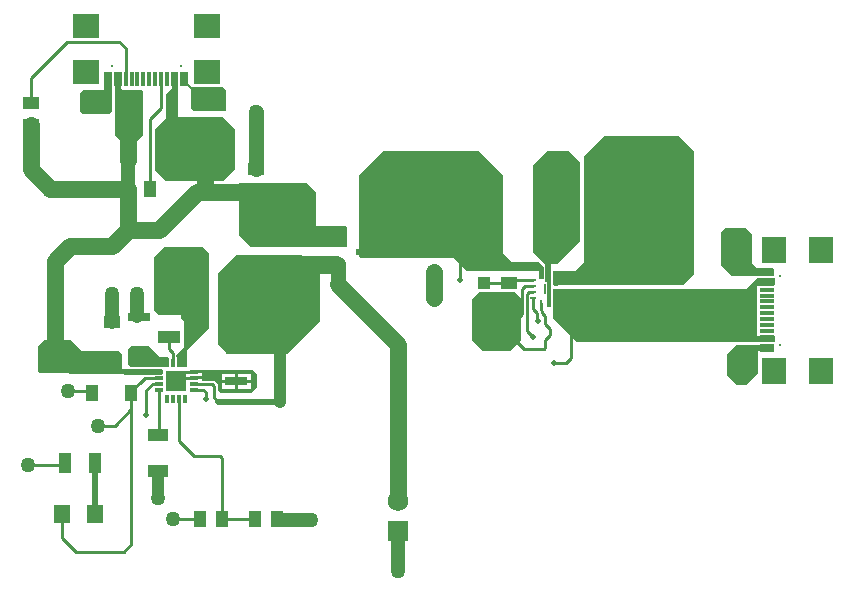
<source format=gtl>
G04*
G04 #@! TF.GenerationSoftware,Altium Limited,Altium Designer,22.3.1 (43)*
G04*
G04 Layer_Physical_Order=1*
G04 Layer_Color=255*
%FSLAX23Y23*%
%MOIN*%
G70*
G04*
G04 #@! TF.SameCoordinates,09264033-3090-4D32-8FBF-651452AD9D60*
G04*
G04*
G04 #@! TF.FilePolarity,Positive*
G04*
G01*
G75*
%ADD13C,0.010*%
%ADD14R,0.079X0.086*%
%ADD15R,0.045X0.012*%
%ADD16R,0.006X0.038*%
%ADD17R,0.017X0.063*%
%ADD18R,0.010X0.024*%
%ADD19R,0.024X0.010*%
%ADD20R,0.017X0.120*%
%ADD21R,0.017X0.049*%
%ADD22R,0.012X0.045*%
%ADD23R,0.086X0.079*%
%ADD24R,0.069X0.069*%
%ADD25R,0.012X0.031*%
%ADD26R,0.031X0.012*%
%ADD27R,0.057X0.039*%
%ADD28R,0.055X0.039*%
%ADD29R,0.039X0.055*%
%ADD30R,0.041X0.071*%
%ADD31R,0.071X0.041*%
%ADD32R,0.051X0.024*%
%ADD33R,0.073X0.134*%
%ADD34R,0.055X0.059*%
%ADD35R,0.041X0.041*%
%ADD36R,0.076X0.030*%
%ADD37R,0.072X0.040*%
%ADD38R,0.043X0.053*%
%ADD39R,0.053X0.043*%
%ADD69C,0.055*%
%ADD70C,0.045*%
%ADD71C,0.040*%
%ADD72C,0.020*%
%ADD73C,0.050*%
%ADD74C,0.060*%
%ADD75C,0.013*%
%ADD76R,0.068X0.068*%
%ADD77C,0.068*%
%ADD78C,0.050*%
%ADD79C,0.020*%
G36*
X1020Y1755D02*
X1035Y1740D01*
X1140D01*
X1150Y1730D01*
Y1660D01*
X1045D01*
X1035Y1670D01*
Y1730D01*
X1020Y1745D01*
X1000D01*
Y1790D01*
X1002D01*
X1003Y1790D01*
X1020D01*
Y1755D01*
D02*
G37*
G36*
X768Y1790D02*
X770D01*
Y1660D01*
X760Y1650D01*
X675D01*
X665Y1660D01*
Y1720D01*
X675Y1730D01*
X745D01*
Y1790D01*
X767D01*
X768Y1790D01*
D02*
G37*
G36*
X800Y1735D02*
X805Y1730D01*
X870D01*
X875Y1725D01*
Y1580D01*
X855Y1560D01*
X800D01*
X780Y1580D01*
Y1785D01*
X800D01*
Y1735D01*
D02*
G37*
G36*
X990Y1640D02*
X1140D01*
X1180Y1600D01*
Y1465D01*
X1140Y1425D01*
X950D01*
X915Y1460D01*
Y1600D01*
X950Y1635D01*
Y1715D01*
X970Y1735D01*
Y1785D01*
X990D01*
Y1640D01*
D02*
G37*
G36*
X1450Y1390D02*
Y1275D01*
X1550D01*
X1555Y1270D01*
Y1205D01*
X1235D01*
X1195Y1245D01*
Y1420D01*
X1420D01*
X1450Y1390D01*
D02*
G37*
G36*
X2905Y1250D02*
Y1150D01*
X2920Y1135D01*
X2975D01*
Y1110D01*
X2835D01*
X2800Y1145D01*
Y1255D01*
X2815Y1270D01*
X2885D01*
X2905Y1250D01*
D02*
G37*
G36*
X2980Y1080D02*
X2975Y1075D01*
X2920D01*
Y910D01*
X2980D01*
Y890D01*
X2320D01*
X2240Y970D01*
Y1000D01*
X2240D01*
Y1065D01*
X2885D01*
X2923Y1103D01*
X2928Y1104D01*
X2928Y1104D01*
Y1104D01*
X2928Y1104D01*
X2980D01*
Y1080D01*
D02*
G37*
G36*
X2075Y1445D02*
Y1185D01*
X2105Y1155D01*
X2195D01*
X2210Y1140D01*
Y1136D01*
Y1135D01*
X2210Y1134D01*
Y1101D01*
X2210Y1101D01*
Y1100D01*
X2195D01*
Y1125D01*
X1955D01*
X1910Y1170D01*
X1600D01*
X1595Y1175D01*
Y1445D01*
X1675Y1525D01*
X1995D01*
X2075Y1445D01*
D02*
G37*
G36*
X2710Y1525D02*
Y1115D01*
X2675Y1080D01*
X2240D01*
Y1125D01*
D01*
X2315D01*
X2345Y1155D01*
Y1510D01*
X2410Y1575D01*
X2660D01*
X2710Y1525D01*
D02*
G37*
G36*
X2295Y1525D02*
X2330Y1490D01*
Y1225D01*
X2255Y1150D01*
X2235D01*
Y1125D01*
X2235Y1125D01*
Y1080D01*
X2235Y1080D01*
Y1065D01*
X2235Y1065D01*
Y1040D01*
X2228D01*
X2223Y1041D01*
Y1089D01*
X2215D01*
Y1099D01*
X2215Y1100D01*
Y1101D01*
X2215Y1101D01*
Y1134D01*
X2215Y1135D01*
Y1150D01*
X2175Y1190D01*
Y1480D01*
X2220Y1525D01*
X2295Y1525D01*
D02*
G37*
G36*
X2135Y1035D02*
Y895D01*
X2100Y860D01*
X2005D01*
X1970Y895D01*
Y1030D01*
X1995Y1055D01*
X2115D01*
X2135Y1035D01*
D02*
G37*
G36*
X1465Y1124D02*
Y960D01*
X1355Y850D01*
X1150D01*
Y855D01*
X1125Y880D01*
Y1120D01*
X1185Y1180D01*
X1400D01*
X1465Y1124D01*
D02*
G37*
G36*
X1095Y1185D02*
Y935D01*
X1020Y860D01*
Y805D01*
X986D01*
Y840D01*
X985D01*
Y845D01*
X1010Y870D01*
Y960D01*
X1000Y970D01*
Y980D01*
X925D01*
X910Y995D01*
Y1170D01*
X945Y1205D01*
X1075D01*
X1095Y1185D01*
D02*
G37*
G36*
X930Y840D02*
X955D01*
X960Y835D01*
Y805D01*
X935D01*
X935Y805D01*
X935Y805D01*
X901D01*
X900Y805D01*
X899D01*
X899Y805D01*
X835D01*
X835Y805D01*
X825Y815D01*
X825Y865D01*
X835Y875D01*
X895D01*
X930Y840D01*
D02*
G37*
G36*
X670Y860D02*
X795D01*
X805Y850D01*
Y800D01*
X835D01*
X835Y800D01*
X835Y800D01*
X899D01*
X899Y800D01*
X900D01*
X901Y800D01*
X935D01*
X935Y800D01*
X940Y795D01*
Y785D01*
X936Y781D01*
X905D01*
Y781D01*
X905Y780D01*
X535Y785D01*
X530D01*
X525Y790D01*
Y875D01*
X545Y895D01*
X635Y895D01*
X670Y860D01*
D02*
G37*
G36*
X2975D02*
X2925D01*
Y785D01*
X2885Y745D01*
X2855D01*
X2820Y780D01*
Y850D01*
X2850Y880D01*
X2975D01*
Y860D01*
D02*
G37*
G36*
X1255Y780D02*
Y740D01*
X1235Y720D01*
X1135D01*
X1125Y730D01*
Y750D01*
X1115Y760D01*
X1106D01*
X1104Y760D01*
X1070D01*
Y765D01*
X1044D01*
Y775D01*
X1070D01*
Y785D01*
X1044D01*
Y795D01*
X1070D01*
Y795D01*
X1240D01*
X1255Y780D01*
D02*
G37*
%LPC*%
G36*
X1274Y1091D02*
X1270Y1090D01*
X1267Y1088D01*
X1265Y1084D01*
X1264Y1081D01*
Y1050D01*
X1265Y1046D01*
X1267Y1043D01*
X1270Y1041D01*
X1274Y1040D01*
X1278Y1041D01*
X1281Y1043D01*
X1284Y1046D01*
X1284Y1050D01*
Y1081D01*
X1284Y1084D01*
X1281Y1088D01*
X1278Y1090D01*
X1274Y1091D01*
D02*
G37*
G36*
X1046Y1070D02*
X1042Y1069D01*
X1039Y1067D01*
X1036Y1064D01*
X1036Y1060D01*
X1036Y1056D01*
X1039Y1053D01*
X1049Y1043D01*
X1052Y1041D01*
X1056Y1040D01*
X1060Y1041D01*
X1063Y1043D01*
X1065Y1046D01*
X1066Y1050D01*
X1065Y1054D01*
X1063Y1057D01*
X1053Y1067D01*
X1050Y1069D01*
X1046Y1070D01*
D02*
G37*
G36*
X1233Y783D02*
X1190D01*
Y763D01*
X1233D01*
Y783D01*
D02*
G37*
G36*
X1180D02*
X1137D01*
Y763D01*
X1180D01*
Y783D01*
D02*
G37*
G36*
X1233Y753D02*
X1190D01*
Y733D01*
X1233D01*
Y753D01*
D02*
G37*
G36*
X1180D02*
X1137D01*
Y733D01*
X1180D01*
Y753D01*
D02*
G37*
%LPD*%
D13*
X2300Y835D02*
Y940D01*
X897Y1400D02*
Y1632D01*
X1055Y1390D02*
X1080Y1415D01*
X1025Y1365D02*
X1028Y1362D01*
X975Y300D02*
X1063D01*
X934Y1765D02*
X935Y1764D01*
X897Y1632D02*
X935Y1670D01*
X820Y1605D02*
X823Y1602D01*
X935Y1670D02*
Y1764D01*
X795Y1890D02*
X816Y1869D01*
Y1765D02*
Y1869D01*
X2145Y865D02*
X2209D01*
X2215Y871D01*
X2105Y905D02*
X2145Y865D01*
X2100Y905D02*
X2105D01*
X2153Y927D02*
X2175Y905D01*
X2203Y987D02*
X2215Y975D01*
X2188Y962D02*
X2190Y960D01*
X2105Y950D02*
X2138Y983D01*
X2188Y962D02*
Y987D01*
X2153Y927D02*
Y1049D01*
X2203Y987D02*
Y993D01*
X2175Y1000D02*
X2188Y987D01*
X2201Y995D02*
X2203Y993D01*
X2201Y995D02*
Y1020D01*
X2175Y1000D02*
Y1035D01*
X2245Y820D02*
X2285D01*
X2300Y835D01*
X2215Y871D02*
Y897D01*
X2138Y1067D02*
X2146Y1075D01*
X2175D01*
X2159Y1055D02*
X2175D01*
X2153Y1049D02*
X2159Y1055D01*
X2102Y1095D02*
X2175D01*
X2095Y1087D02*
X2102Y1095D01*
X1930Y1095D02*
Y1185D01*
X2011Y1087D02*
X2095D01*
X2138Y983D02*
Y1067D01*
X2215Y949D02*
Y975D01*
X2010Y1086D02*
X2011Y1087D01*
X2215Y897D02*
X2230Y912D01*
X2215Y949D02*
X2230Y934D01*
Y912D02*
Y934D01*
X490Y480D02*
X610D01*
X605Y235D02*
Y315D01*
X835Y215D02*
Y665D01*
X605Y235D02*
X650Y190D01*
X810D01*
X835Y215D01*
X715Y315D02*
X715Y315D01*
X610Y480D02*
X615Y485D01*
X780Y610D02*
X835Y665D01*
X625Y725D02*
X700D01*
X705Y720D01*
X725Y610D02*
X780D01*
X835Y720D02*
Y725D01*
Y720D02*
X835Y720D01*
Y665D02*
Y720D01*
X835Y725D02*
X868Y757D01*
X870Y755D01*
X868Y757D02*
X880Y770D01*
X885Y645D02*
Y728D01*
X925Y579D02*
X926Y580D01*
X885Y728D02*
X906Y749D01*
X880Y770D02*
X926D01*
X906Y749D02*
X925D01*
X1044Y730D02*
X1075D01*
X926Y580D02*
Y730D01*
X1083Y702D02*
X1085Y700D01*
X995Y560D02*
X1045Y510D01*
X1083Y702D02*
Y722D01*
X995Y560D02*
Y701D01*
X1075Y730D02*
X1083Y722D01*
X1045Y510D02*
X1132D01*
X1110Y705D02*
Y744D01*
Y705D02*
X1125Y690D01*
X1132Y510D02*
X1137Y504D01*
Y300D02*
Y504D01*
Y300D02*
X1248D01*
X1322D02*
X1327Y295D01*
X925Y749D02*
X926Y750D01*
X960Y867D02*
X975Y852D01*
Y819D02*
Y852D01*
X1000Y775D02*
X1005Y770D01*
X960Y867D02*
Y905D01*
X974Y820D02*
X975Y819D01*
X1000Y775D02*
X1015Y790D01*
X1005Y770D02*
X1044D01*
X1015Y790D02*
X1044D01*
X1104Y750D02*
X1110Y744D01*
X1044Y750D02*
X1104D01*
X620Y1890D02*
X795D01*
X500Y1687D02*
Y1770D01*
X620Y1890D01*
X895Y1403D02*
X897Y1400D01*
X1046Y1060D02*
X1056Y1050D01*
X1274D02*
Y1081D01*
X1516Y1145D02*
X1523Y1151D01*
X1524Y1153D01*
D14*
X2978Y1196D02*
D03*
Y794D02*
D03*
X3133Y1196D02*
D03*
Y794D02*
D03*
D15*
X2955Y875D02*
D03*
Y906D02*
D03*
Y926D02*
D03*
Y965D02*
D03*
Y1025D02*
D03*
Y1064D02*
D03*
Y1084D02*
D03*
Y1115D02*
D03*
Y1127D02*
D03*
Y1095D02*
D03*
Y1044D02*
D03*
Y1005D02*
D03*
Y985D02*
D03*
Y946D02*
D03*
Y895D02*
D03*
Y863D02*
D03*
D16*
X2215Y1065D02*
D03*
D17*
X2250Y1036D02*
D03*
D18*
X2201Y1020D02*
D03*
Y1110D02*
D03*
D19*
X2175Y1035D02*
D03*
Y1055D02*
D03*
Y1075D02*
D03*
Y1095D02*
D03*
D20*
X2227Y1065D02*
D03*
D21*
X2250Y1100D02*
D03*
D22*
X1017Y1765D02*
D03*
X985D02*
D03*
X934D02*
D03*
X895D02*
D03*
X875D02*
D03*
X836D02*
D03*
X785D02*
D03*
X753D02*
D03*
X765D02*
D03*
X796D02*
D03*
X816D02*
D03*
X855D02*
D03*
X915D02*
D03*
X954D02*
D03*
X974D02*
D03*
X1005D02*
D03*
D23*
X1086Y1943D02*
D03*
X684D02*
D03*
X1086Y1788D02*
D03*
X684D02*
D03*
D24*
X985Y760D02*
D03*
D25*
X955Y819D02*
D03*
X975D02*
D03*
X995D02*
D03*
X1015D02*
D03*
Y701D02*
D03*
X995D02*
D03*
X975D02*
D03*
X955D02*
D03*
D26*
X1044Y790D02*
D03*
Y770D02*
D03*
Y750D02*
D03*
Y730D02*
D03*
X926D02*
D03*
Y750D02*
D03*
Y770D02*
D03*
Y790D02*
D03*
D27*
X2095Y1087D02*
D03*
Y1013D02*
D03*
D28*
X1250Y1390D02*
D03*
Y1465D02*
D03*
X500Y1687D02*
D03*
Y1613D02*
D03*
D29*
X1322Y300D02*
D03*
X1248D02*
D03*
X1137D02*
D03*
X1063D02*
D03*
X897Y1400D02*
D03*
X823D02*
D03*
D30*
X615Y485D02*
D03*
X715D02*
D03*
D31*
X925Y579D02*
D03*
Y461D02*
D03*
D32*
X1606Y1190D02*
D03*
X1524Y1153D02*
D03*
Y1227D02*
D03*
D33*
X2229Y1325D02*
D03*
X2011D02*
D03*
X1056Y1050D02*
D03*
X1274D02*
D03*
D34*
X715Y315D02*
D03*
X605D02*
D03*
D35*
X2545Y1106D02*
D03*
Y1034D02*
D03*
X2450Y1106D02*
D03*
Y1034D02*
D03*
X2350Y1101D02*
D03*
Y1029D02*
D03*
X2010Y1086D02*
D03*
Y1014D02*
D03*
X1845Y1124D02*
D03*
Y1196D02*
D03*
D36*
X1185Y758D02*
D03*
Y882D02*
D03*
X860Y972D02*
D03*
Y848D02*
D03*
D37*
X960Y1015D02*
D03*
Y905D02*
D03*
D38*
X835Y720D02*
D03*
X705D02*
D03*
D39*
X770Y955D02*
D03*
Y825D02*
D03*
D69*
X823Y1497D02*
Y1602D01*
X1028Y1362D02*
X1055Y1390D01*
X928Y1263D02*
X1028Y1362D01*
X1080Y1415D02*
Y1450D01*
X770Y1210D02*
X823Y1263D01*
X500Y1465D02*
Y1613D01*
Y1465D02*
X565Y1400D01*
X580Y830D02*
Y1160D01*
X630Y1210D01*
X565Y1400D02*
X823D01*
X630Y1210D02*
X770D01*
X1725Y360D02*
Y880D01*
X1845Y1035D02*
Y1124D01*
X1055Y1390D02*
X1250D01*
X823Y1263D02*
X928D01*
X823D02*
Y1400D01*
X1523Y1082D02*
X1725Y880D01*
D70*
X770Y955D02*
Y1050D01*
X1725Y125D02*
Y260D01*
X1327Y295D02*
X1435D01*
X855Y977D02*
Y1050D01*
X823Y1400D02*
Y1497D01*
D71*
X925Y370D02*
Y461D01*
X1329Y690D02*
Y885D01*
D72*
X715Y315D02*
Y485D01*
X1125Y690D02*
X1329D01*
D73*
X1250Y1465D02*
Y1655D01*
X1523Y1082D02*
Y1151D01*
D74*
X1375Y1145D02*
X1516D01*
D75*
X2998Y1109D02*
D03*
Y881D02*
D03*
X999Y1808D02*
D03*
X771D02*
D03*
D76*
X1725Y260D02*
D03*
D77*
Y360D02*
D03*
D78*
X2870Y815D02*
D03*
X2855Y1215D02*
D03*
X1435Y295D02*
D03*
X975Y300D02*
D03*
X925Y370D02*
D03*
X490Y480D02*
D03*
X725Y610D02*
D03*
X625Y725D02*
D03*
X770Y1050D02*
D03*
X855D02*
D03*
X1085Y1695D02*
D03*
X1725Y125D02*
D03*
X1845Y1035D02*
D03*
X710Y1690D02*
D03*
X1250Y1655D02*
D03*
D79*
X885Y645D02*
D03*
X1085Y700D02*
D03*
X1110Y780D02*
D03*
X2190Y960D02*
D03*
X2245Y820D02*
D03*
X2175Y905D02*
D03*
X2040Y915D02*
D03*
X2630Y1305D02*
D03*
X2535Y1385D02*
D03*
X2610Y1495D02*
D03*
X2615Y1390D02*
D03*
X2530Y1495D02*
D03*
X2535Y1160D02*
D03*
X1930Y1095D02*
D03*
X2425Y1160D02*
D03*
X2430Y1230D02*
D03*
X2435Y1305D02*
D03*
X2450Y1495D02*
D03*
Y1395D02*
D03*
X2530Y1240D02*
D03*
X2635Y1235D02*
D03*
X2645Y1150D02*
D03*
X2520Y1300D02*
D03*
M02*

</source>
